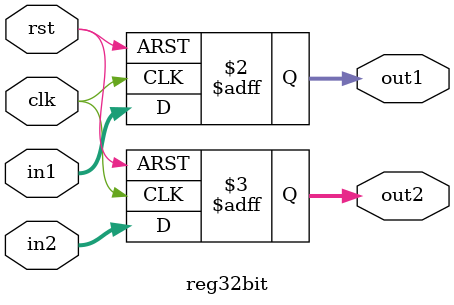
<source format=v>
`timescale 1ns/1ns
module reg32bit(
		input clk,
		input rst,
		input [31:0]in1,
		input [31:0]in2,
		output reg [31:0]out1,
		output reg [31:0]out2
	);
always@(posedge clk, posedge rst)begin
	if(rst)begin
		out1<=32'd0;
		out2<=32'd0;
	end
	else begin
		out1<=in1;
		out2<=in2;
	end
end
endmodule
</source>
